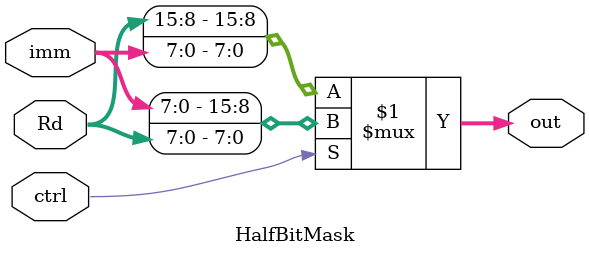
<source format=v>
module HalfBitMask (input [15:0] Rd, input [7:0] imm, input ctrl, output [15:0] out);
	// ctrl = 1, LHB
	// ctrl = 0, LLB
	assign out = ctrl ? {imm, Rd[7:0]} : {Rd[15:8], imm};
endmodule
</source>
